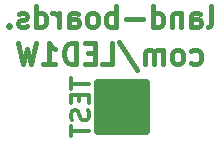
<source format=gbr>
G04 #@! TF.FileFunction,Legend,Bot*
%FSLAX46Y46*%
G04 Gerber Fmt 4.6, Leading zero omitted, Abs format (unit mm)*
G04 Created by KiCad (PCBNEW 4.0.5) date 03/12/17 11:55:43*
%MOMM*%
%LPD*%
G01*
G04 APERTURE LIST*
%ADD10C,0.150000*%
%ADD11C,0.450000*%
%ADD12C,0.650000*%
%ADD13C,0.304800*%
G04 APERTURE END LIST*
D10*
D11*
X173314284Y-89239286D02*
X173485712Y-89153571D01*
X173571427Y-88982143D01*
X173571427Y-87439286D01*
X171857141Y-89239286D02*
X171857141Y-88296429D01*
X171942855Y-88125000D01*
X172114284Y-88039286D01*
X172457141Y-88039286D01*
X172628570Y-88125000D01*
X171857141Y-89153571D02*
X172028570Y-89239286D01*
X172457141Y-89239286D01*
X172628570Y-89153571D01*
X172714284Y-88982143D01*
X172714284Y-88810714D01*
X172628570Y-88639286D01*
X172457141Y-88553571D01*
X172028570Y-88553571D01*
X171857141Y-88467857D01*
X170999999Y-88039286D02*
X170999999Y-89239286D01*
X170999999Y-88210714D02*
X170914284Y-88125000D01*
X170742856Y-88039286D01*
X170485713Y-88039286D01*
X170314284Y-88125000D01*
X170228570Y-88296429D01*
X170228570Y-89239286D01*
X168599999Y-89239286D02*
X168599999Y-87439286D01*
X168599999Y-89153571D02*
X168771428Y-89239286D01*
X169114285Y-89239286D01*
X169285713Y-89153571D01*
X169371428Y-89067857D01*
X169457142Y-88896429D01*
X169457142Y-88382143D01*
X169371428Y-88210714D01*
X169285713Y-88125000D01*
X169114285Y-88039286D01*
X168771428Y-88039286D01*
X168599999Y-88125000D01*
X167742857Y-88553571D02*
X166371428Y-88553571D01*
X165514286Y-89239286D02*
X165514286Y-87439286D01*
X165514286Y-88125000D02*
X165342857Y-88039286D01*
X165000000Y-88039286D01*
X164828571Y-88125000D01*
X164742857Y-88210714D01*
X164657143Y-88382143D01*
X164657143Y-88896429D01*
X164742857Y-89067857D01*
X164828571Y-89153571D01*
X165000000Y-89239286D01*
X165342857Y-89239286D01*
X165514286Y-89153571D01*
X163628572Y-89239286D02*
X163800000Y-89153571D01*
X163885715Y-89067857D01*
X163971429Y-88896429D01*
X163971429Y-88382143D01*
X163885715Y-88210714D01*
X163800000Y-88125000D01*
X163628572Y-88039286D01*
X163371429Y-88039286D01*
X163200000Y-88125000D01*
X163114286Y-88210714D01*
X163028572Y-88382143D01*
X163028572Y-88896429D01*
X163114286Y-89067857D01*
X163200000Y-89153571D01*
X163371429Y-89239286D01*
X163628572Y-89239286D01*
X161485715Y-89239286D02*
X161485715Y-88296429D01*
X161571429Y-88125000D01*
X161742858Y-88039286D01*
X162085715Y-88039286D01*
X162257144Y-88125000D01*
X161485715Y-89153571D02*
X161657144Y-89239286D01*
X162085715Y-89239286D01*
X162257144Y-89153571D01*
X162342858Y-88982143D01*
X162342858Y-88810714D01*
X162257144Y-88639286D01*
X162085715Y-88553571D01*
X161657144Y-88553571D01*
X161485715Y-88467857D01*
X160628573Y-89239286D02*
X160628573Y-88039286D01*
X160628573Y-88382143D02*
X160542858Y-88210714D01*
X160457144Y-88125000D01*
X160285715Y-88039286D01*
X160114287Y-88039286D01*
X158742858Y-89239286D02*
X158742858Y-87439286D01*
X158742858Y-89153571D02*
X158914287Y-89239286D01*
X159257144Y-89239286D01*
X159428572Y-89153571D01*
X159514287Y-89067857D01*
X159600001Y-88896429D01*
X159600001Y-88382143D01*
X159514287Y-88210714D01*
X159428572Y-88125000D01*
X159257144Y-88039286D01*
X158914287Y-88039286D01*
X158742858Y-88125000D01*
X157971430Y-89153571D02*
X157800001Y-89239286D01*
X157457144Y-89239286D01*
X157285716Y-89153571D01*
X157200001Y-88982143D01*
X157200001Y-88896429D01*
X157285716Y-88725000D01*
X157457144Y-88639286D01*
X157714287Y-88639286D01*
X157885716Y-88553571D01*
X157971430Y-88382143D01*
X157971430Y-88296429D01*
X157885716Y-88125000D01*
X157714287Y-88039286D01*
X157457144Y-88039286D01*
X157285716Y-88125000D01*
X156428573Y-89067857D02*
X156342858Y-89153571D01*
X156428573Y-89239286D01*
X156514287Y-89153571D01*
X156428573Y-89067857D01*
X156428573Y-89239286D01*
X171857142Y-92303571D02*
X172028571Y-92389286D01*
X172371428Y-92389286D01*
X172542856Y-92303571D01*
X172628571Y-92217857D01*
X172714285Y-92046429D01*
X172714285Y-91532143D01*
X172628571Y-91360714D01*
X172542856Y-91275000D01*
X172371428Y-91189286D01*
X172028571Y-91189286D01*
X171857142Y-91275000D01*
X170828571Y-92389286D02*
X170999999Y-92303571D01*
X171085714Y-92217857D01*
X171171428Y-92046429D01*
X171171428Y-91532143D01*
X171085714Y-91360714D01*
X170999999Y-91275000D01*
X170828571Y-91189286D01*
X170571428Y-91189286D01*
X170399999Y-91275000D01*
X170314285Y-91360714D01*
X170228571Y-91532143D01*
X170228571Y-92046429D01*
X170314285Y-92217857D01*
X170399999Y-92303571D01*
X170571428Y-92389286D01*
X170828571Y-92389286D01*
X169457143Y-92389286D02*
X169457143Y-91189286D01*
X169457143Y-91360714D02*
X169371428Y-91275000D01*
X169200000Y-91189286D01*
X168942857Y-91189286D01*
X168771428Y-91275000D01*
X168685714Y-91446429D01*
X168685714Y-92389286D01*
X168685714Y-91446429D02*
X168600000Y-91275000D01*
X168428571Y-91189286D01*
X168171428Y-91189286D01*
X168000000Y-91275000D01*
X167914285Y-91446429D01*
X167914285Y-92389286D01*
X165771428Y-90503571D02*
X167314285Y-92817857D01*
X164314286Y-92389286D02*
X165171429Y-92389286D01*
X165171429Y-90589286D01*
X163714286Y-91446429D02*
X163114286Y-91446429D01*
X162857143Y-92389286D02*
X163714286Y-92389286D01*
X163714286Y-90589286D01*
X162857143Y-90589286D01*
X162085715Y-92389286D02*
X162085715Y-90589286D01*
X161657143Y-90589286D01*
X161400000Y-90675000D01*
X161228572Y-90846429D01*
X161142857Y-91017857D01*
X161057143Y-91360714D01*
X161057143Y-91617857D01*
X161142857Y-91960714D01*
X161228572Y-92132143D01*
X161400000Y-92303571D01*
X161657143Y-92389286D01*
X162085715Y-92389286D01*
X159342857Y-92389286D02*
X160371429Y-92389286D01*
X159857143Y-92389286D02*
X159857143Y-90589286D01*
X160028572Y-90846429D01*
X160200000Y-91017857D01*
X160371429Y-91103571D01*
X158742857Y-90589286D02*
X158314286Y-92389286D01*
X157971429Y-91103571D01*
X157628571Y-92389286D01*
X157200000Y-90589286D01*
D12*
X164000000Y-98000000D02*
X164000000Y-94000000D01*
X164000000Y-94000000D02*
X168000000Y-94000000D01*
X168000000Y-94000000D02*
X168000000Y-98000000D01*
X168000000Y-98000000D02*
X164000000Y-98000000D01*
X164000000Y-98000000D02*
X164500000Y-98000000D01*
X164500000Y-98000000D02*
X164500000Y-94000000D01*
X164500000Y-94000000D02*
X165000000Y-94000000D01*
X165000000Y-94000000D02*
X165000000Y-98000000D01*
X165000000Y-98000000D02*
X165500000Y-98000000D01*
X165500000Y-98000000D02*
X165500000Y-94000000D01*
X165500000Y-94000000D02*
X166000000Y-94000000D01*
X166000000Y-94000000D02*
X166000000Y-98000000D01*
X166000000Y-98000000D02*
X166500000Y-98000000D01*
X166500000Y-98000000D02*
X166500000Y-94500000D01*
X166500000Y-94500000D02*
X166500000Y-94000000D01*
X166500000Y-94000000D02*
X167000000Y-94000000D01*
X167000000Y-94000000D02*
X167000000Y-98000000D01*
X167000000Y-98000000D02*
X167500000Y-98000000D01*
X167500000Y-98000000D02*
X167500000Y-94000000D01*
D13*
X161665429Y-93568857D02*
X161665429Y-94439714D01*
X163189429Y-94004285D02*
X161665429Y-94004285D01*
X162391143Y-94947714D02*
X162391143Y-95455714D01*
X163189429Y-95673428D02*
X163189429Y-94947714D01*
X161665429Y-94947714D01*
X161665429Y-95673428D01*
X163116857Y-96254000D02*
X163189429Y-96471714D01*
X163189429Y-96834571D01*
X163116857Y-96979714D01*
X163044286Y-97052285D01*
X162899143Y-97124857D01*
X162754000Y-97124857D01*
X162608857Y-97052285D01*
X162536286Y-96979714D01*
X162463714Y-96834571D01*
X162391143Y-96544285D01*
X162318571Y-96399143D01*
X162246000Y-96326571D01*
X162100857Y-96254000D01*
X161955714Y-96254000D01*
X161810571Y-96326571D01*
X161738000Y-96399143D01*
X161665429Y-96544285D01*
X161665429Y-96907143D01*
X161738000Y-97124857D01*
X161665429Y-97560286D02*
X161665429Y-98431143D01*
X163189429Y-97995714D02*
X161665429Y-97995714D01*
M02*

</source>
